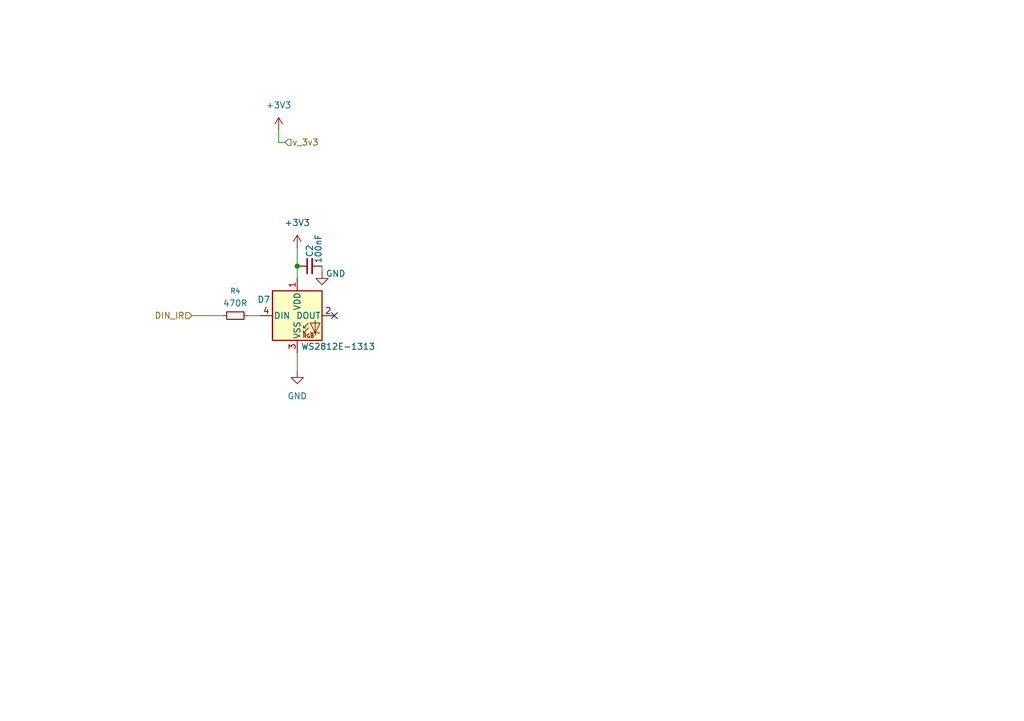
<source format=kicad_sch>
(kicad_sch (version 20250114) (generator "eeschema") (generator_version "9.0")
  (paper "A5")
  (lib_symbols
    (symbol "Device:C_Small" (pin_numbers (hide yes)) (pin_names (offset 0.254) (hide yes))
      (property "Reference" "C" (at 0.254 1.778 0))
      (property "Value" "C_Small" (at 0.254 -2.032 0))
      (symbol "C_Small_0_1"
        (polyline (pts (xy -1.524 0.508) (xy 1.524 0.508)) (stroke (width 0.3048)))
        (polyline (pts (xy -1.524 -0.508) (xy 1.524 -0.508)) (stroke (width 0.3302)))
      )
      (symbol "C_Small_1_1"
        (pin passive line (at 0 2.54 270) (length 2.032) (name "~") (number "1"))
        (pin passive line (at 0 -2.54 90) (length 2.032) (name "~") (number "2"))
      )
    )
    (symbol "LED:WS2812B" (pin_names (offset 0.254))
      (property "Reference" "D" (at 5.08 5.715 0))
      (property "Value" "WS2812B" (at 1.27 -5.715 0))
      (symbol "WS2812B_0_0"
        (text "RGB" (at 2.286 -4.191 0) (effects (font (size 0.762 0.762))))
      )
      (symbol "WS2812B_0_1"
        (polyline (pts (xy 1.27 -2.54) (xy 1.778 -2.54)))
        (polyline (pts (xy 1.27 -3.556) (xy 1.778 -3.556)))
        (polyline (pts (xy 2.286 -1.524) (xy 1.27 -2.54) (xy 1.27 -2.032)))
        (polyline (pts (xy 2.286 -2.54) (xy 1.27 -3.556) (xy 1.27 -3.048)))
        (polyline (pts (xy 3.683 -1.016) (xy 3.683 -3.556) (xy 3.683 -4.064)))
        (polyline (pts (xy 4.699 -1.524) (xy 2.667 -1.524) (xy 3.683 -3.556) (xy 4.699 -1.524)))
        (polyline (pts (xy 4.699 -3.556) (xy 2.667 -3.556)))
        (rectangle (start 5.08 5.08) (end -5.08 -5.08) (stroke (width 0.254)) (fill (type background)))
      )
      (symbol "WS2812B_1_1"
        (pin input line (at -7.62 0 0) (length 2.54) (name "DIN") (number "4"))
        (pin power_in line (at 0 7.62 270) (length 2.54) (name "VDD") (number "1"))
        (pin power_in line (at 0 -7.62 90) (length 2.54) (name "VSS") (number "3"))
        (pin output line (at 7.62 0 180) (length 2.54) (name "DOUT") (number "2"))
      )
    )
    (symbol "R_Small_1" (pin_numbers (hide yes)) (pin_names (offset 0.254) (hide yes))
      (property "Reference" "R" (at 0 0 90))
      (property "Value" "R_Small" (at 1.778 0 90))
      (symbol "R_Small_1_0_1"
        (rectangle (start -0.762 1.778) (end 0.762 -1.778) (stroke (width 0.2032)))
      )
      (symbol "R_Small_1_1_1"
        (pin passive line (at 0 2.54 270) (length 0.762) (name "~") (number "1"))
        (pin passive line (at 0 -2.54 90) (length 0.762) (name "~") (number "2"))
      )
    )
    (symbol "power:+3V3" (power) (pin_numbers (hide yes)) (pin_names (offset 0) (hide yes))
      (property "Value" "+3V3" (at 0 3.556 0))
      (symbol "+3V3_0_1"
        (polyline (pts (xy -0.762 1.27) (xy 0 2.54)))
        (polyline (pts (xy 0 2.54) (xy 0.762 1.27)))
        (polyline (pts (xy 0 0) (xy 0 2.54)))
      )
      (symbol "+3V3_1_1"
        (pin power_in line (at 0 0 90) (length 0) (name "~") (number "1"))
      )
    )
    (symbol "power:GND" (power) (pin_numbers (hide yes)) (pin_names (offset 0) (hide yes))
      (property "Value" "GND" (at 0 -3.81 0))
      (symbol "GND_0_1"
        (polyline (pts (xy 0 0) (xy 0 -1.27) (xy 1.27 -1.27) (xy 0 -2.54) (xy -1.27 -1.27) (xy 0 -1.27)))
      )
      (symbol "GND_1_1"
        (pin power_in line (at 0 0 270) (length 0) (name "~") (number "1"))
      )
    )
  )
  (junction (at 60.96 54.61))
  (no_connect (at 68.58 64.77))
  (wire (pts (xy 60.96 76.2) (xy 60.96 72.39)))
  (wire (pts (xy 50.8 64.77) (xy 53.34 64.77)))
  (wire (pts (xy 60.96 50.8) (xy 60.96 54.61)))
  (wire (pts (xy 60.96 54.61) (xy 60.96 57.15)))
  (wire (pts (xy 57.15 26.67) (xy 57.15 29.21)))
  (wire (pts (xy 57.15 29.21) (xy 58.42 29.21)))
  (wire (pts (xy 39.37 64.77) (xy 45.72 64.77)))
  (wire (pts (xy 66.04 55.88) (xy 66.04 54.61)))
  (hierarchical_label "v_3v3" (shape input) (at 58.42 29.21 0))
  (hierarchical_label "DIN_IR" (shape input) (at 39.37 64.77 180))
  (symbol (lib_id "power:+3V3") (at 57.15 26.67 0) (unit 1)
    (property "Reference" "#PWR089" (effects (hide yes)))
    (property "Value" "+3V3" (at 57.15 21.59 0))
    (property "Description" "Power symbol creates a global label with name \"+3V3\"" (effects (hide yes)))
  )
  (symbol (lib_id "power:GND") (at 66.04 55.88 0) (unit 1)
    (property "Reference" "#PWR0115" (effects (hide yes)))
    (property "Value" "GND" (at 68.834 56.134 0))
    (property "Description" "Power symbol creates a global label with name \"GND\" , ground" (effects (hide yes)))
  )
  (symbol (lib_id "power:+3V3") (at 60.96 50.8 0) (unit 1)
    (property "Reference" "#PWR0117" (effects (hide yes)))
    (property "Value" "+3V3" (at 60.96 45.72 0))
    (property "Description" "Power symbol creates a global label with name \"+3V3\"" (effects (hide yes)))
  )
  (symbol (lib_name "R_Small_1") (lib_id "Device:R_Small") (at 48.26 64.77 90) (unit 1)
    (property "Reference" "R4" (at 48.26 59.69 90) (effects (font (size 1.016 1.016))))
    (property "Value" "470R" (at 48.26 62.23 90))
    (property "Footprint" "Resistor_SMD:R_0603_1608Metric" (effects (hide yes)))
    (property "Description" "Resistor, small symbol" (effects (hide yes)))
    (property "LCSC#" "C23179" (effects (hide yes)))
  )
  (symbol (lib_id "LED:WS2812B") (at 60.96 64.77 0) (unit 1)
    (property "Reference" "D7" (at 54.102 61.468 0))
    (property "Value" "WS2812E-1313" (at 69.342 71.12 0))
    (property "Footprint" "Footprints:WS2812E-1313" (effects (hide yes)))
    (property "Datasheet" "https://www.lcsc.com/datasheet/lcsc_datasheet_2412051755_Worldsemi-WS2812E-1313_C5446700.pdf" (effects (hide yes)))
    (property "Description" "RGB LED with integrated controller" (effects (hide yes)))
    (property "LCSC#" "C5446700" (effects (hide yes)))
  )
  (symbol (lib_id "Device:C_Small") (at 63.5 54.61 90) (unit 1)
    (property "Reference" "C2" (at 63.5 52.832 0) (effects (justify left)))
    (property "Value" "100nF" (at 65.278 54.102 0) (effects (justify left)))
    (property "Footprint" "Capacitor_SMD:C_0402_1005Metric" (effects (hide yes)))
    (property "Description" "Unpolarized capacitor, small symbol" (effects (hide yes)))
    (property "LCSC#" "C77020" (effects (hide yes)))
  )
  (symbol (lib_id "power:GND") (at 60.96 76.2 0) (unit 1)
    (property "Reference" "#PWR05" (effects (hide yes)))
    (property "Value" "GND" (at 60.96 81.28 0))
    (property "Description" "Power symbol creates a global label with name \"GND\" , ground" (effects (hide yes)))
  )
)
</source>
